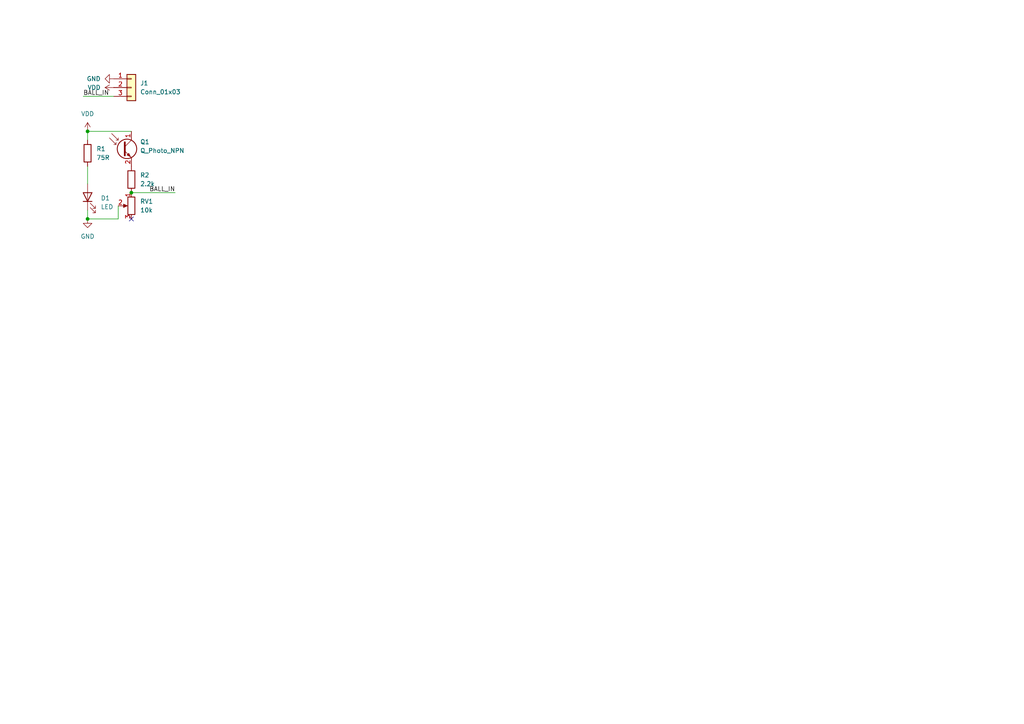
<source format=kicad_sch>
(kicad_sch (version 20231120) (generator "eeschema") (generator_version "8.0")
  (paper "A4")
  (lib_symbols
    (symbol "Connector_Generic:Conn_01x03" (pin_names (offset 1.016) hide)
      (property "Reference" "J" (at 0 5.08 0))
      (property "Value" "Conn_01x03" (at 0 -5.08 0))
      (symbol "Conn_01x03_1_1"
        (rectangle (start -1.27 -2.413) (end 0 -2.667) (stroke (width 0.1524)))
        (rectangle (start -1.27 0.127) (end 0 -0.127) (stroke (width 0.1524)))
        (rectangle (start -1.27 2.667) (end 0 2.413) (stroke (width 0.1524)))
        (rectangle (start -1.27 3.81) (end 1.27 -3.81) (stroke (width 0.254)) (fill (type background)))
        (pin passive line (at -5.08 2.54 0) (length 3.81) (name "Pin_1") (number "1"))
        (pin passive line (at -5.08 0 0) (length 3.81) (name "Pin_2") (number "2"))
        (pin passive line (at -5.08 -2.54 0) (length 3.81) (name "Pin_3") (number "3"))
      )
    )
    (symbol "Device:LED" (pin_numbers hide) (pin_names (offset 1.016) hide)
      (property "Reference" "D" (at 0 2.54 0))
      (property "Value" "LED" (at 0 -2.54 0))
      (symbol "LED_0_1"
        (polyline (pts (xy -1.27 -1.27) (xy -1.27 1.27)) (stroke (width 0.254)))
        (polyline (pts (xy -1.27 0) (xy 1.27 0)))
        (polyline (pts (xy 1.27 -1.27) (xy 1.27 1.27) (xy -1.27 0) (xy 1.27 -1.27)) (stroke (width 0.254)))
        (polyline (pts (xy -3.048 -0.762) (xy -4.572 -2.286) (xy -3.81 -2.286) (xy -4.572 -2.286) (xy -4.572 -1.524)))
        (polyline (pts (xy -1.778 -0.762) (xy -3.302 -2.286) (xy -2.54 -2.286) (xy -3.302 -2.286) (xy -3.302 -1.524)))
      )
      (symbol "LED_1_1"
        (pin passive line (at -3.81 0 0) (length 2.54) (name "K") (number "1"))
        (pin passive line (at 3.81 0 180) (length 2.54) (name "A") (number "2"))
      )
    )
    (symbol "Device:Q_Photo_NPN" (pin_names (offset 0) hide)
      (property "Reference" "Q" (at 5.08 1.27 0))
      (property "Value" "Q_Photo_NPN" (at 5.08 -1.27 0))
      (symbol "Q_Photo_NPN_0_1"
        (polyline (pts (xy -1.905 1.27) (xy -2.54 1.27)))
        (polyline (pts (xy -1.27 2.54) (xy -1.905 2.54)))
        (polyline (pts (xy 0.635 0.635) (xy 2.54 2.54)))
        (polyline (pts (xy -3.81 3.175) (xy -1.905 1.27) (xy -1.905 1.905)))
        (polyline (pts (xy -3.175 4.445) (xy -1.27 2.54) (xy -1.27 3.175)))
        (polyline (pts (xy 0.635 -0.635) (xy 2.54 -2.54) (xy 2.54 -2.54)))
        (polyline (pts (xy 0.635 1.905) (xy 0.635 -1.905) (xy 0.635 -1.905)) (stroke (width 0.508)))
        (polyline (pts (xy 1.27 -1.778) (xy 1.778 -1.27) (xy 2.286 -2.286) (xy 1.27 -1.778) (xy 1.27 -1.778)) (fill (type outline)))
        (circle (center 1.27 0) (radius 2.8194) (stroke (width 0.254)))
      )
      (symbol "Q_Photo_NPN_1_1"
        (pin passive line (at 2.54 5.08 270) (length 2.54) (name "C") (number "1"))
        (pin passive line (at 2.54 -5.08 90) (length 2.54) (name "E") (number "2"))
      )
    )
    (symbol "Device:R" (pin_numbers hide) (pin_names (offset 0))
      (property "Reference" "R" (at 2.032 0 90))
      (property "Value" "R" (at 0 0 90))
      (symbol "R_0_1"
        (rectangle (start -1.016 -2.54) (end 1.016 2.54) (stroke (width 0.254)))
      )
      (symbol "R_1_1"
        (pin passive line (at 0 3.81 270) (length 1.27) (name "~") (number "1"))
        (pin passive line (at 0 -3.81 90) (length 1.27) (name "~") (number "2"))
      )
    )
    (symbol "Device:R_Potentiometer" (pin_names (offset 1.016) hide)
      (property "Reference" "RV" (at -4.445 0 90))
      (property "Value" "R_Potentiometer" (at -2.54 0 90))
      (symbol "R_Potentiometer_0_1"
        (polyline (pts (xy 2.54 0) (xy 1.524 0)))
        (polyline (pts (xy 1.143 0) (xy 2.286 0.508) (xy 2.286 -0.508) (xy 1.143 0)) (fill (type outline)))
        (rectangle (start 1.016 2.54) (end -1.016 -2.54) (stroke (width 0.254)))
      )
      (symbol "R_Potentiometer_1_1"
        (pin passive line (at 0 3.81 270) (length 1.27) (name "1") (number "1"))
        (pin passive line (at 3.81 0 180) (length 1.27) (name "2") (number "2"))
        (pin passive line (at 0 -3.81 90) (length 1.27) (name "3") (number "3"))
      )
    )
    (symbol "GND_1" (power) (pin_numbers hide) (pin_names (offset 0) hide)
      (property "Value" "GND" (at 0 -3.81 0))
      (symbol "GND_1_0_1"
        (polyline (pts (xy 0 0) (xy 0 -1.27) (xy 1.27 -1.27) (xy 0 -2.54) (xy -1.27 -1.27) (xy 0 -1.27)))
      )
      (symbol "GND_1_1_1"
        (pin power_in line (at 0 0 270) (length 0) (name "~") (number "1"))
      )
    )
    (symbol "power:GND" (power) (pin_names (offset 0))
      (property "Value" "GND" (at 0 -3.81 0))
      (symbol "GND_0_1"
        (polyline (pts (xy 0 0) (xy 0 -1.27) (xy 1.27 -1.27) (xy 0 -2.54) (xy -1.27 -1.27) (xy 0 -1.27)))
      )
      (symbol "GND_1_1"
        (pin power_in line (at 0 0 270) (length 0) hide (name "GND") (number "1"))
      )
    )
    (symbol "power:VDD" (power) (pin_numbers hide) (pin_names (offset 0) hide)
      (property "Value" "VDD" (at 0 3.556 0))
      (symbol "VDD_0_1"
        (polyline (pts (xy -0.762 1.27) (xy 0 2.54)))
        (polyline (pts (xy 0 0) (xy 0 2.54)))
        (polyline (pts (xy 0 2.54) (xy 0.762 1.27)))
      )
      (symbol "VDD_1_1"
        (pin power_in line (at 0 0 90) (length 0) (name "~") (number "1"))
      )
    )
  )
  (junction (at 38.1 55.88))
  (junction (at 25.4 63.5))
  (junction (at 25.4 38.1))
  (no_connect (at 38.1 63.5))
  (wire (pts (xy 38.1 55.88) (xy 50.8 55.88)))
  (wire (pts (xy 24.13 27.94) (xy 33.02 27.94)))
  (wire (pts (xy 25.4 38.1) (xy 38.1 38.1)))
  (wire (pts (xy 34.29 63.5) (xy 25.4 63.5)))
  (wire (pts (xy 25.4 60.96) (xy 25.4 63.5)))
  (wire (pts (xy 34.29 59.69) (xy 34.29 63.5)))
  (wire (pts (xy 25.4 48.26) (xy 25.4 53.34)))
  (wire (pts (xy 25.4 38.1) (xy 25.4 40.64)))
  (label "BALL_IN" (at 50.8 55.88 180))
  (label "BALL_IN" (at 24.13 27.94 0))
  (symbol (lib_id "power:VDD") (at 25.4 38.1 0) (unit 1)
    (property "Reference" "#PWR03" (effects (hide yes)))
    (property "Value" "VDD" (at 25.4 33.02 0))
    (property "Description" "Power symbol creates a global label with name \"VDD\"" (effects (hide yes)))
  )
  (symbol (lib_id "Device:Q_Photo_NPN") (at 35.56 43.18 0) (unit 1)
    (property "Reference" "Q1" (at 40.64 41.1606 0) (effects (justify left)))
    (property "Value" "Q_Photo_NPN" (at 40.64 43.7006 0) (effects (justify left)))
    (property "Footprint" "LED_THT:LED_D3.0mm_Clear" (effects (hide yes)))
    (property "Description" "NPN phototransistor, collector/emitter" (effects (hide yes)))
  )
  (symbol (lib_id "power:VDD") (at 33.02 25.4 90) (unit 1)
    (property "Reference" "#PWR02" (effects (hide yes)))
    (property "Value" "VDD" (at 29.21 25.3999 90) (effects (justify left)))
    (property "Description" "Power symbol creates a global label with name \"VDD\"" (effects (hide yes)))
  )
  (symbol (lib_id "Device:R") (at 25.4 44.45 0) (unit 1)
    (property "Reference" "R1" (at 27.94 43.1799 0) (effects (justify left)))
    (property "Value" "75R" (at 27.94 45.7199 0) (effects (justify left)))
    (property "Footprint" "Resistor_THT:R_Axial_DIN0204_L3.6mm_D1.6mm_P5.08mm_Horizontal" (effects (hide yes)))
    (property "Description" "Resistor" (effects (hide yes)))
  )
  (symbol (lib_id "Connector_Generic:Conn_01x03") (at 38.1 25.4 0) (unit 1)
    (property "Reference" "J1" (at 40.64 24.1299 0) (effects (justify left)))
    (property "Value" "Conn_01x03" (at 40.64 26.6699 0) (effects (justify left)))
    (property "Footprint" "Connector_JST:JST_XH_B3B-XH-A_1x03_P2.50mm_Vertical" (effects (hide yes)))
    (property "Description" "Generic connector, single row, 01x03, script generated (kicad-library-utils/schlib/autogen/connector/)" (effects (hide yes)))
  )
  (symbol (lib_id "Device:R") (at 38.1 52.07 0) (unit 1)
    (property "Reference" "R2" (at 40.64 50.7999 0) (effects (justify left)))
    (property "Value" "2.2k" (at 40.64 53.3399 0) (effects (justify left)))
    (property "Footprint" "Resistor_SMD:R_0603_1608Metric" (effects (hide yes)))
    (property "Description" "Resistor" (effects (hide yes)))
  )
  (symbol (lib_id "Device:R_Potentiometer") (at 38.1 59.69 0) (mirror y) (unit 1)
    (property "Reference" "RV1" (at 40.64 58.4199 0) (effects (justify right)))
    (property "Value" "10k" (at 40.64 60.9599 0) (effects (justify right)))
    (property "Footprint" "Potentiometer_SMD:Potentiometer_Bourns_TC33X_Vertical" (effects (hide yes)))
  )
  (symbol (lib_id "power:GND") (at 33.02 22.86 270) (unit 1)
    (property "Reference" "#PWR01" (effects (hide yes)))
    (property "Value" "GND" (at 29.21 22.86 90) (effects (justify right)))
  )
  (symbol (lib_id "Device:LED") (at 25.4 57.15 90) (unit 1)
    (property "Reference" "D1" (at 29.21 57.4674 90) (effects (justify right)))
    (property "Value" "LED" (at 29.21 60.0074 90) (effects (justify right)))
    (property "Footprint" "LED_THT:LED_D5.0mm" (effects (hide yes)))
    (property "Description" "Light emitting diode" (effects (hide yes)))
  )
  (symbol (lib_name "GND_1") (lib_id "power:GND") (at 25.4 63.5 0) (unit 1)
    (property "Reference" "#PWR04" (effects (hide yes)))
    (property "Value" "GND" (at 25.4 68.58 0))
    (property "Description" "Power symbol creates a global label with name \"GND\" , ground" (effects (hide yes)))
  )
)
</source>
